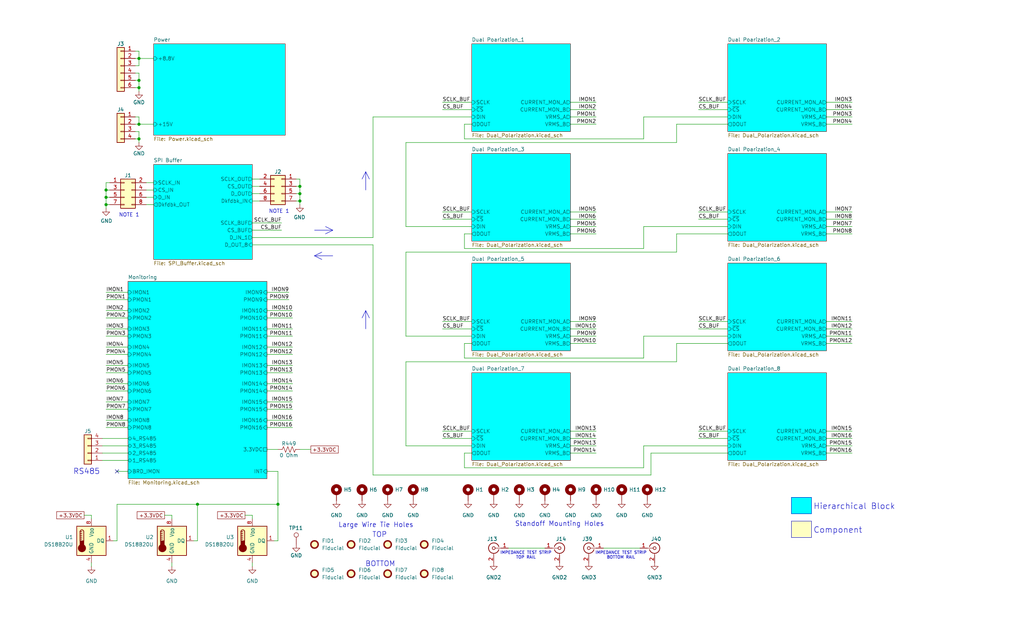
<source format=kicad_sch>
(kicad_sch (version 20231120) (generator "eeschema") (generator_version "8.0")
  (paper "USLegal")
  (title_block (title "LWA ARX  Rev I") (date "2024-11-15") (rev "2.0"))
  (lib_symbols
    (symbol "Connector:Conn_Coaxial" (pin_names (offset 1.016) hide)
      (property "Reference" "J" (at 0.254 3.048 0))
      (property "Value" "Conn_Coaxial" (at 2.921 0 90))
      (symbol "Conn_Coaxial_1_1"
        (pin passive line (at -5.08 0 0) (length 2.54) (name "In") (number "1"))
        (pin passive line (at 0 -5.08 90) (length 2.54) (name "Ext") (number "2"))
      )
    )
    (symbol "Connector:TestPoint" (pin_numbers hide) (pin_names (offset 0.762) hide)
      (property "Reference" "TP" (at 0 6.858 0))
      (property "Value" "TestPoint" (at 0 5.08 0))
      (symbol "TestPoint_1_1"
        (pin passive line (at 0 0 90) (length 2.54) (name "1") (number "1"))
      )
    )
    (symbol "Connector_Generic:Conn_01x04" (pin_names (offset 1.016) hide)
      (property "Reference" "J" (at 0 5.08 0))
      (property "Value" "Conn_01x04" (at 0 -7.62 0))
      (symbol "Conn_01x04_1_1"
        (pin passive line (at -5.08 2.54 0) (length 3.81) (name "Pin_1") (number "1"))
        (pin passive line (at -5.08 0 0) (length 3.81) (name "Pin_2") (number "2"))
        (pin passive line (at -5.08 -2.54 0) (length 3.81) (name "Pin_3") (number "3"))
        (pin passive line (at -5.08 -5.08 0) (length 3.81) (name "Pin_4") (number "4"))
      )
    )
    (symbol "Connector_Generic:Conn_01x06" (pin_names (offset 1.016) hide)
      (property "Reference" "J" (at 0 7.62 0))
      (property "Value" "Conn_01x06" (at 0 -10.16 0))
      (symbol "Conn_01x06_1_1"
        (pin passive line (at -5.08 5.08 0) (length 3.81) (name "Pin_1") (number "1"))
        (pin passive line (at -5.08 2.54 0) (length 3.81) (name "Pin_2") (number "2"))
        (pin passive line (at -5.08 0 0) (length 3.81) (name "Pin_3") (number "3"))
        (pin passive line (at -5.08 -2.54 0) (length 3.81) (name "Pin_4") (number "4"))
        (pin passive line (at -5.08 -5.08 0) (length 3.81) (name "Pin_5") (number "5"))
        (pin passive line (at -5.08 -7.62 0) (length 3.81) (name "Pin_6") (number "6"))
      )
    )
    (symbol "Connector_Generic:Conn_02x04_Odd_Even" (pin_names (offset 1.016) hide)
      (property "Reference" "J" (at 1.27 5.08 0))
      (property "Value" "Conn_02x04_Odd_Even" (at 1.27 -7.62 0))
      (symbol "Conn_02x04_Odd_Even_1_1"
        (pin passive line (at -5.08 2.54 0) (length 3.81) (name "Pin_1") (number "1"))
        (pin passive line (at 7.62 2.54 180) (length 3.81) (name "Pin_2") (number "2"))
        (pin passive line (at -5.08 0 0) (length 3.81) (name "Pin_3") (number "3"))
        (pin passive line (at 7.62 0 180) (length 3.81) (name "Pin_4") (number "4"))
        (pin passive line (at -5.08 -2.54 0) (length 3.81) (name "Pin_5") (number "5"))
        (pin passive line (at 7.62 -2.54 180) (length 3.81) (name "Pin_6") (number "6"))
        (pin passive line (at -5.08 -5.08 0) (length 3.81) (name "Pin_7") (number "7"))
        (pin passive line (at 7.62 -5.08 180) (length 3.81) (name "Pin_8") (number "8"))
      )
    )
    (symbol "Device:R_US" (pin_numbers hide) (pin_names (offset 0))
      (property "Reference" "R" (at 2.54 0 90))
      (property "Value" "R_US" (at -2.54 0 90))
      (symbol "R_US_1_1"
        (pin passive line (at 0 3.81 270) (length 1.27) (name "~") (number "1"))
        (pin passive line (at 0 -3.81 90) (length 1.27) (name "~") (number "2"))
      )
    )
    (symbol "Mechanical:Fiducial" (exclude_from_sim yes) (in_bom no)
      (property "Reference" "FID" (at 0 5.08 0))
      (property "Value" "Fiducial" (at 0 3.175 0))
    )
    (symbol "Mechanical:MountingHole_Pad" (pin_numbers hide) (pin_names (offset 1.016) hide)
      (property "Reference" "H" (at 0 6.35 0))
      (property "Value" "MountingHole_Pad" (at 0 4.445 0))
      (symbol "MountingHole_Pad_1_1"
        (pin input line (at 0 -2.54 90) (length 2.54) (name "1") (number "1"))
      )
    )
    (symbol "Sensor_Temperature:DS18B20U"
      (property "Reference" "U" (at -3.81 6.35 0))
      (property "Value" "DS18B20U" (at 6.35 6.35 0))
      (symbol "DS18B20U_1_1"
        (pin bidirectional line (at 7.62 0 180) (length 2.54) (name "DQ") (number "1"))
        (pin no_connect line (at -5.08 2.54 0) (length 2.54) hide (name "NC") (number "2"))
        (pin no_connect line (at -5.08 0 0) (length 2.54) hide (name "NC") (number "3"))
        (pin power_in line (at 0 -7.62 90) (length 2.54) (name "GND") (number "4"))
        (pin no_connect line (at -5.08 -2.54 0) (length 2.54) hide (name "NC") (number "5"))
        (pin no_connect line (at 5.08 2.54 180) (length 2.54) hide (name "NC") (number "6"))
        (pin no_connect line (at 5.08 -2.54 180) (length 2.54) hide (name "NC") (number "7"))
        (pin power_in line (at 0 7.62 270) (length 2.54) (name "V_{DD}") (number "8"))
      )
    )
    (symbol "power:GND" (power) (pin_names (offset 0))
      (property "Value" "GND" (at 0 -3.81 0))
      (symbol "GND_1_1"
        (pin power_in line (at 0 0 270) (length 0) hide (name "GND") (number "1"))
      )
    )
  )
  (junction (at 36.83 66.04))
  (junction (at 68.58 175.26))
  (junction (at 48.26 48.26))
  (junction (at 104.14 69.85))
  (junction (at 104.14 64.77))
  (junction (at 36.83 68.58))
  (junction (at 48.26 30.48))
  (junction (at 48.26 27.94))
  (junction (at 48.26 20.32))
  (junction (at 36.83 71.12))
  (junction (at 104.14 67.31))
  (junction (at 96.52 175.26))
  (junction (at 48.26 43.18))
  (no_connect (at 40.64 163.83))
  (wire (pts (xy 36.83 68.58) (xy 38.1 68.58)))
  (wire (pts (xy 48.26 17.78) (xy 46.99 17.78)))
  (wire (pts (xy 36.83 107.95) (xy 44.45 107.95)))
  (wire (pts (xy 48.26 20.32) (xy 48.26 17.78)))
  (wire (pts (xy 31.75 179.07) (xy 31.75 180.34)))
  (wire (pts (xy 295.91 111.76) (xy 287.02 111.76)))
  (wire (pts (xy 48.26 40.64) (xy 46.99 40.64)))
  (wire (pts (xy 90.17 67.31) (xy 87.63 67.31)))
  (wire (pts (xy 223.52 40.64) (xy 252.73 40.64)))
  (wire (pts (xy 46.99 43.18) (xy 48.26 43.18)))
  (wire (pts (xy 207.01 111.76) (xy 198.12 111.76)))
  (wire (pts (xy 48.26 25.4) (xy 46.99 25.4)))
  (wire (pts (xy 68.58 175.26) (xy 68.58 187.96)))
  (wire (pts (xy 48.26 27.94) (xy 48.26 30.48)))
  (wire (pts (xy 163.83 76.2) (xy 153.67 76.2)))
  (wire (pts (xy 295.91 81.28) (xy 287.02 81.28)))
  (wire (pts (xy 36.83 135.89) (xy 44.45 135.89)))
  (wire (pts (xy 207.01 119.38) (xy 198.12 119.38)))
  (wire (pts (xy 129.54 40.64) (xy 129.54 82.55)))
  (wire (pts (xy 36.83 139.7) (xy 44.45 139.7)))
  (wire (pts (xy 50.8 71.12) (xy 53.34 71.12)))
  (wire (pts (xy 207.01 78.74) (xy 198.12 78.74)))
  (wire (pts (xy 207.01 81.28) (xy 198.12 81.28)))
  (wire (pts (xy 36.83 63.5) (xy 36.83 66.04)))
  (wire (pts (xy 140.97 49.53) (xy 140.97 78.74)))
  (wire (pts (xy 40.64 175.26) (xy 68.58 175.26)))
  (wire (pts (xy 48.26 43.18) (xy 53.34 43.18)))
  (wire (pts (xy 223.52 162.56) (xy 223.52 154.94)))
  (polyline (pts (xy 128.27 62.23) (xy 127 59.69)))
  (wire (pts (xy 35.56 152.4) (xy 44.45 152.4)))
  (wire (pts (xy 46.99 45.72) (xy 48.26 45.72)))
  (wire (pts (xy 68.58 187.96) (xy 67.31 187.96)))
  (wire (pts (xy 163.83 81.28) (xy 161.29 81.28)))
  (wire (pts (xy 101.6 114.3) (xy 92.71 114.3)))
  (wire (pts (xy 140.97 78.74) (xy 163.83 78.74)))
  (wire (pts (xy 207.01 76.2) (xy 198.12 76.2)))
  (wire (pts (xy 36.83 104.14) (xy 44.45 104.14)))
  (wire (pts (xy 140.97 125.73) (xy 140.97 154.94)))
  (wire (pts (xy 36.83 129.54) (xy 44.45 129.54)))
  (wire (pts (xy 101.6 116.84) (xy 92.71 116.84)))
  (wire (pts (xy 234.95 87.63) (xy 140.97 87.63)))
  (wire (pts (xy 252.73 73.66) (xy 242.57 73.66)))
  (wire (pts (xy 87.63 85.09) (xy 129.54 85.09)))
  (wire (pts (xy 92.71 156.21) (xy 96.52 156.21)))
  (wire (pts (xy 96.52 175.26) (xy 96.52 187.96)))
  (wire (pts (xy 161.29 48.26) (xy 223.52 48.26)))
  (wire (pts (xy 100.33 101.6) (xy 92.71 101.6)))
  (wire (pts (xy 87.63 80.01) (xy 97.79 80.01)))
  (polyline (pts (xy 111.76 87.63) (xy 109.22 88.9)))
  (wire (pts (xy 101.6 146.05) (xy 92.71 146.05)))
  (wire (pts (xy 163.83 149.86) (xy 153.67 149.86)))
  (wire (pts (xy 46.99 20.32) (xy 48.26 20.32)))
  (wire (pts (xy 161.29 81.28) (xy 161.29 86.36)))
  (wire (pts (xy 101.6 142.24) (xy 92.71 142.24)))
  (wire (pts (xy 252.73 157.48) (xy 226.06 157.48)))
  (wire (pts (xy 295.91 114.3) (xy 287.02 114.3)))
  (wire (pts (xy 101.6 135.89) (xy 92.71 135.89)))
  (wire (pts (xy 161.29 157.48) (xy 161.29 162.56)))
  (wire (pts (xy 104.14 64.77) (xy 102.87 64.77)))
  (wire (pts (xy 163.83 114.3) (xy 153.67 114.3)))
  (wire (pts (xy 295.91 116.84) (xy 287.02 116.84)))
  (wire (pts (xy 96.52 163.83) (xy 96.52 175.26)))
  (wire (pts (xy 36.83 116.84) (xy 44.45 116.84)))
  (wire (pts (xy 36.83 71.12) (xy 38.1 71.12)))
  (wire (pts (xy 161.29 43.18) (xy 161.29 48.26)))
  (wire (pts (xy 87.63 179.07) (xy 87.63 180.34)))
  (wire (pts (xy 207.01 149.86) (xy 198.12 149.86)))
  (wire (pts (xy 161.29 162.56) (xy 223.52 162.56)))
  (wire (pts (xy 223.52 124.46) (xy 223.52 116.84)))
  (wire (pts (xy 163.83 73.66) (xy 153.67 73.66)))
  (wire (pts (xy 207.01 40.64) (xy 198.12 40.64)))
  (wire (pts (xy 223.52 78.74) (xy 252.73 78.74)))
  (wire (pts (xy 163.83 157.48) (xy 161.29 157.48)))
  (wire (pts (xy 101.6 129.54) (xy 92.71 129.54)))
  (wire (pts (xy 36.83 71.12) (xy 36.83 72.39)))
  (polyline (pts (xy 113.03 81.28) (xy 115.57 80.01)))
  (wire (pts (xy 50.8 63.5) (xy 53.34 63.5)))
  (wire (pts (xy 207.01 154.94) (xy 198.12 154.94)))
  (wire (pts (xy 101.6 148.59) (xy 92.71 148.59)))
  (wire (pts (xy 295.91 38.1) (xy 287.02 38.1)))
  (wire (pts (xy 207.01 116.84) (xy 198.12 116.84)))
  (wire (pts (xy 36.83 142.24) (xy 44.45 142.24)))
  (wire (pts (xy 295.91 43.18) (xy 287.02 43.18)))
  (wire (pts (xy 31.75 195.58) (xy 31.75 196.85)))
  (wire (pts (xy 85.09 179.07) (xy 87.63 179.07)))
  (wire (pts (xy 226.06 165.1) (xy 129.54 165.1)))
  (wire (pts (xy 104.14 62.23) (xy 104.14 64.77)))
  (wire (pts (xy 104.14 69.85) (xy 104.14 71.12)))
  (wire (pts (xy 252.73 38.1) (xy 242.57 38.1)))
  (wire (pts (xy 48.26 20.32) (xy 53.34 20.32)))
  (polyline (pts (xy 127 114.3) (xy 127 107.95)))
  (wire (pts (xy 48.26 30.48) (xy 48.26 31.75)))
  (wire (pts (xy 161.29 124.46) (xy 223.52 124.46)))
  (wire (pts (xy 48.26 48.26) (xy 48.26 49.53)))
  (wire (pts (xy 96.52 187.96) (xy 95.25 187.96)))
  (wire (pts (xy 59.69 195.58) (xy 59.69 196.85)))
  (wire (pts (xy 101.6 139.7) (xy 92.71 139.7)))
  (polyline (pts (xy 128.27 110.49) (xy 127 107.95)))
  (wire (pts (xy 295.91 35.56) (xy 287.02 35.56)))
  (polyline (pts (xy 125.73 110.49) (xy 127 107.95)))
  (wire (pts (xy 38.1 63.5) (xy 36.83 63.5)))
  (wire (pts (xy 295.91 119.38) (xy 287.02 119.38)))
  (wire (pts (xy 234.95 81.28) (xy 234.95 87.63)))
  (wire (pts (xy 35.56 160.02) (xy 44.45 160.02)))
  (wire (pts (xy 48.26 22.86) (xy 46.99 22.86)))
  (wire (pts (xy 209.55 190.5) (xy 222.25 190.5)))
  (wire (pts (xy 161.29 119.38) (xy 161.29 124.46)))
  (wire (pts (xy 234.95 119.38) (xy 234.95 125.73)))
  (wire (pts (xy 223.52 154.94) (xy 252.73 154.94)))
  (wire (pts (xy 101.6 127) (xy 92.71 127)))
  (wire (pts (xy 252.73 35.56) (xy 242.57 35.56)))
  (wire (pts (xy 223.52 86.36) (xy 223.52 78.74)))
  (wire (pts (xy 234.95 49.53) (xy 140.97 49.53)))
  (wire (pts (xy 40.64 187.96) (xy 39.37 187.96)))
  (wire (pts (xy 163.83 119.38) (xy 161.29 119.38)))
  (polyline (pts (xy 127 66.04) (xy 127 59.69)))
  (wire (pts (xy 36.83 101.6) (xy 44.45 101.6)))
  (wire (pts (xy 104.14 67.31) (xy 102.87 67.31)))
  (wire (pts (xy 36.83 66.04) (xy 38.1 66.04)))
  (wire (pts (xy 92.71 107.95) (xy 101.6 107.95)))
  (wire (pts (xy 207.01 43.18) (xy 198.12 43.18)))
  (wire (pts (xy 101.6 123.19) (xy 92.71 123.19)))
  (wire (pts (xy 35.56 157.48) (xy 44.45 157.48)))
  (wire (pts (xy 295.91 152.4) (xy 287.02 152.4)))
  (wire (pts (xy 223.52 116.84) (xy 252.73 116.84)))
  (wire (pts (xy 163.83 111.76) (xy 153.67 111.76)))
  (wire (pts (xy 57.15 179.07) (xy 59.69 179.07)))
  (wire (pts (xy 36.83 148.59) (xy 44.45 148.59)))
  (wire (pts (xy 46.99 30.48) (xy 48.26 30.48)))
  (wire (pts (xy 207.01 157.48) (xy 198.12 157.48)))
  (wire (pts (xy 87.63 82.55) (xy 129.54 82.55)))
  (wire (pts (xy 90.17 64.77) (xy 87.63 64.77)))
  (wire (pts (xy 50.8 68.58) (xy 53.34 68.58)))
  (wire (pts (xy 252.73 114.3) (xy 242.57 114.3)))
  (wire (pts (xy 161.29 86.36) (xy 223.52 86.36)))
  (wire (pts (xy 252.73 111.76) (xy 242.57 111.76)))
  (wire (pts (xy 252.73 119.38) (xy 234.95 119.38)))
  (wire (pts (xy 163.83 38.1) (xy 153.67 38.1)))
  (wire (pts (xy 59.69 179.07) (xy 59.69 180.34)))
  (wire (pts (xy 295.91 73.66) (xy 287.02 73.66)))
  (wire (pts (xy 176.53 190.5) (xy 189.23 190.5)))
  (wire (pts (xy 207.01 35.56) (xy 198.12 35.56)))
  (wire (pts (xy 48.26 45.72) (xy 48.26 48.26)))
  (wire (pts (xy 104.14 67.31) (xy 104.14 69.85)))
  (wire (pts (xy 36.83 146.05) (xy 44.45 146.05)))
  (wire (pts (xy 234.95 125.73) (xy 140.97 125.73)))
  (wire (pts (xy 87.63 195.58) (xy 87.63 196.85)))
  (wire (pts (xy 140.97 87.63) (xy 140.97 116.84)))
  (wire (pts (xy 163.83 152.4) (xy 153.67 152.4)))
  (wire (pts (xy 102.87 62.23) (xy 104.14 62.23)))
  (wire (pts (xy 223.52 48.26) (xy 223.52 40.64)))
  (wire (pts (xy 295.91 40.64) (xy 287.02 40.64)))
  (wire (pts (xy 207.01 38.1) (xy 198.12 38.1)))
  (wire (pts (xy 36.83 123.19) (xy 44.45 123.19)))
  (polyline (pts (xy 113.03 78.74) (xy 115.57 80.01)))
  (wire (pts (xy 35.56 154.94) (xy 44.45 154.94)))
  (wire (pts (xy 163.83 35.56) (xy 153.67 35.56)))
  (wire (pts (xy 36.83 66.04) (xy 36.83 68.58)))
  (wire (pts (xy 140.97 116.84) (xy 163.83 116.84)))
  (wire (pts (xy 129.54 165.1) (xy 129.54 85.09)))
  (wire (pts (xy 295.91 149.86) (xy 287.02 149.86)))
  (wire (pts (xy 252.73 76.2) (xy 242.57 76.2)))
  (wire (pts (xy 252.73 152.4) (xy 242.57 152.4)))
  (wire (pts (xy 36.83 110.49) (xy 44.45 110.49)))
  (wire (pts (xy 29.21 179.07) (xy 31.75 179.07)))
  (wire (pts (xy 40.64 163.83) (xy 44.45 163.83)))
  (wire (pts (xy 104.14 156.21) (xy 107.95 156.21)))
  (polyline (pts (xy 115.57 88.9) (xy 109.22 88.9)))
  (wire (pts (xy 252.73 81.28) (xy 234.95 81.28)))
  (wire (pts (xy 101.6 133.35) (xy 92.71 133.35)))
  (polyline (pts (xy 125.73 62.23) (xy 127 59.69)))
  (wire (pts (xy 234.95 43.18) (xy 234.95 49.53)))
  (wire (pts (xy 295.91 157.48) (xy 287.02 157.48)))
  (wire (pts (xy 295.91 78.74) (xy 287.02 78.74)))
  (wire (pts (xy 46.99 48.26) (xy 48.26 48.26)))
  (wire (pts (xy 48.26 20.32) (xy 48.26 22.86)))
  (wire (pts (xy 104.14 69.85) (xy 102.87 69.85)))
  (polyline (pts (xy 109.22 80.01) (xy 115.57 80.01)))
  (wire (pts (xy 207.01 73.66) (xy 198.12 73.66)))
  (wire (pts (xy 295.91 154.94) (xy 287.02 154.94)))
  (wire (pts (xy 252.73 43.18) (xy 234.95 43.18)))
  (wire (pts (xy 46.99 27.94) (xy 48.26 27.94)))
  (wire (pts (xy 163.83 40.64) (xy 129.54 40.64)))
  (wire (pts (xy 252.73 149.86) (xy 242.57 149.86)))
  (wire (pts (xy 36.83 120.65) (xy 44.45 120.65)))
  (wire (pts (xy 226.06 157.48) (xy 226.06 165.1)))
  (wire (pts (xy 36.83 114.3) (xy 44.45 114.3)))
  (wire (pts (xy 90.17 69.85) (xy 87.63 69.85)))
  (wire (pts (xy 140.97 154.94) (xy 163.83 154.94)))
  (wire (pts (xy 104.14 64.77) (xy 104.14 67.31)))
  (wire (pts (xy 68.58 175.26) (xy 96.52 175.26)))
  (wire (pts (xy 87.63 77.47) (xy 97.79 77.47)))
  (wire (pts (xy 100.33 104.14) (xy 92.71 104.14)))
  (wire (pts (xy 163.83 43.18) (xy 161.29 43.18)))
  (wire (pts (xy 36.83 68.58) (xy 36.83 71.12)))
  (wire (pts (xy 101.6 110.49) (xy 92.71 110.49)))
  (polyline (pts (xy 111.76 90.17) (xy 109.22 88.9)))
  (wire (pts (xy 101.6 120.65) (xy 92.71 120.65)))
  (wire (pts (xy 50.8 66.04) (xy 53.34 66.04)))
  (wire (pts (xy 36.83 127) (xy 44.45 127)))
  (wire (pts (xy 92.71 163.83) (xy 96.52 163.83)))
  (wire (pts (xy 207.01 114.3) (xy 198.12 114.3)))
  (wire (pts (xy 48.26 43.18) (xy 48.26 40.64)))
  (wire (pts (xy 207.01 152.4) (xy 198.12 152.4)))
  (wire (pts (xy 36.83 133.35) (xy 44.45 133.35)))
  (wire (pts (xy 90.17 62.23) (xy 87.63 62.23)))
  (wire (pts (xy 295.91 76.2) (xy 287.02 76.2)))
  (wire (pts (xy 40.64 175.26) (xy 40.64 187.96)))
  (wire (pts (xy 48.26 27.94) (xy 48.26 25.4)))
  (rectangle (start 274.828 172.847) (end 281.813 178.562) (fill (type color) (color 0 255 255 1)))
  (rectangle (start 274.828 181.102) (end 281.813 186.817) (fill (type color) (color 255 255 194 1)))
  (text_box "NOTE 1:\nMating Connector for J1 and J2 (SPI): TE Part # 926476-4\n\n" (at 17.78 224.79 0) (size 62.865 7.62) (effects (font (size 1.27 1.27)) (justify left top)))
  (text "BOTTOM" (at 132.08 196.088 0) (effects (font (size 1.778 1.778))))
  (text "NOTE 1" (at 93.345 74.295 0) (effects (font (size 1.27 1.27)) (justify left bottom)))
  (text "IMPEDANCE TEST STRIP\nTOP RAIL" (at 182.626 193.04 0) (effects (font (size 1.016 1.016))))
  (text "RS485" (at 25.4 165.1 0) (effects (font (size 1.905 1.905)) (justify left bottom)))
  (text "NOTE 1" (at 41.275 75.565 0) (effects (font (size 1.27 1.27)) (justify left bottom)))
  (text "Standoff Mounting Holes" (at 178.816 183.134 0) (effects (font (size 1.651 1.651)) (justify left bottom)))
  (text "IMPEDANCE TEST STRIP\nBOTTOM RAIL" (at 215.646 193.04 0) (effects (font (size 1.016 1.016))))
  (text "Component" (at 282.448 185.547 0) (effects (font (size 2.032 2.032)) (justify left bottom)))
  (text "TOP" (at 131.826 185.928 0) (effects (font (size 1.778 1.778))))
  (text "Large Wire Tie Holes" (at 117.475 183.515 0) (effects (font (size 1.651 1.651)) (justify left bottom)))
  (text "Hierarchical Block" (at 282.448 177.292 0) (effects (font (size 2.032 2.032)) (justify left bottom)))
  (label "CS_BUF" (at 242.57 114.3 0))
  (label "IMON3" (at 295.91 35.56 180))
  (label "PMON8" (at 36.83 148.59 0))
  (label "PMON11" (at 101.6 116.84 180))
  (label "CS_BUF" (at 242.57 38.1 0))
  (label "PMON5" (at 207.01 78.74 180))
  (label "PMON14" (at 101.6 135.89 180))
  (label "IMON15" (at 101.6 139.7 180))
  (label "IMON2" (at 36.83 107.95 0))
  (label "PMON5" (at 36.83 129.54 0))
  (label "IMON10" (at 101.6 107.95 180))
  (label "PMON7" (at 36.83 142.24 0))
  (label "IMON16" (at 295.91 152.4 180))
  (label "IMON6" (at 207.01 76.2 180))
  (label "PMON10" (at 101.6 110.49 180))
  (label "CS_BUF" (at 153.67 76.2 0))
  (label "IMON12" (at 295.91 114.3 180))
  (label "PMON4" (at 295.91 43.18 180))
  (label "PMON3" (at 295.91 40.64 180))
  (label "PMON1" (at 207.01 40.64 180))
  (label "IMON14" (at 207.01 152.4 180))
  (label "IMON9" (at 100.33 101.6 180))
  (label "CS_BUF" (at 153.67 114.3 0))
  (label "PMON2" (at 36.83 110.49 0))
  (label "IMON13" (at 207.01 149.86 180))
  (label "IMON14" (at 101.6 133.35 180))
  (label "PMON7" (at 295.91 78.74 180))
  (label "PMON11" (at 295.91 116.84 180))
  (label "SCLK_BUF" (at 242.57 73.66 0))
  (label "PMON1" (at 36.83 104.14 0))
  (label "PMON10" (at 207.01 119.38 180))
  (label "PMON15" (at 295.91 154.94 180))
  (label "CS_BUF" (at 97.79 80.01 180))
  (label "IMON4" (at 36.83 120.65 0))
  (label "IMON13" (at 101.6 127 180))
  (label "PMON14" (at 207.01 157.48 180))
  (label "IMON4" (at 295.91 38.1 180))
  (label "PMON16" (at 101.6 148.59 180))
  (label "IMON5" (at 207.01 73.66 180))
  (label "PMON4" (at 36.83 123.19 0))
  (label "SCLK_BUF" (at 97.79 77.47 180))
  (label "PMON2" (at 207.01 43.18 180))
  (label "CS_BUF" (at 153.67 152.4 0))
  (label "SCLK_BUF" (at 153.67 35.56 0))
  (label "IMON7" (at 295.91 73.66 180))
  (label "IMON2" (at 207.01 38.1 180))
  (label "PMON15" (at 101.6 142.24 180))
  (label "PMON9" (at 100.33 104.14 180))
  (label "PMON9" (at 207.01 116.84 180))
  (label "IMON1" (at 207.01 35.56 180))
  (label "PMON13" (at 101.6 129.54 180))
  (label "SCLK_BUF" (at 242.57 149.86 0))
  (label "CS_BUF" (at 153.67 38.1 0))
  (label "IMON15" (at 295.91 149.86 180))
  (label "PMON6" (at 36.83 135.89 0))
  (label "IMON6" (at 36.83 133.35 0))
  (label "PMON16" (at 295.91 157.48 180))
  (label "IMON3" (at 36.83 114.3 0))
  (label "PMON12" (at 101.6 123.19 180))
  (label "IMON1" (at 36.83 101.6 0))
  (label "IMON9" (at 207.01 111.76 180))
  (label "SCLK_BUF" (at 153.67 111.76 0))
  (label "IMON8" (at 295.91 76.2 180))
  (label "IMON11" (at 295.91 111.76 180))
  (label "IMON12" (at 101.6 120.65 180))
  (label "SCLK_BUF" (at 153.67 73.66 0))
  (label "IMON16" (at 101.6 146.05 180))
  (label "SCLK_BUF" (at 153.67 149.86 0))
  (label "PMON12" (at 295.91 119.38 180))
  (label "PMON3" (at 36.83 116.84 0))
  (label "PMON8" (at 295.91 81.28 180))
  (label "IMON8" (at 36.83 146.05 0))
  (label "IMON5" (at 36.83 127 0))
  (label "CS_BUF" (at 242.57 152.4 0))
  (label "IMON7" (at 36.83 139.7 0))
  (label "SCLK_BUF" (at 242.57 111.76 0))
  (label "CS_BUF" (at 242.57 76.2 0))
  (label "PMON13" (at 207.01 154.94 180))
  (label "IMON11" (at 101.6 114.3 180))
  (label "SCLK_BUF" (at 242.57 35.56 0))
  (label "PMON6" (at 207.01 81.28 180))
  (label "IMON10" (at 207.01 114.3 180))
  (global_label "+3.3VDC" (shape passive) (at 85.09 179.07 180) (property "Intersheetrefs" "${INTERSHEET_REFS}" (effects (hide yes))))
  (global_label "+3.3VDC" (shape passive) (at 29.21 179.07 180) (property "Intersheetrefs" "${INTERSHEET_REFS}" (effects (hide yes))))
  (global_label "+3.3VDC" (shape passive) (at 57.15 179.07 180) (property "Intersheetrefs" "${INTERSHEET_REFS}" (effects (hide yes))))
  (global_label "+3.3VDC" (shape passive) (at 107.95 156.21 0) (property "Intersheetrefs" "${INTERSHEET_REFS}" (effects (hide yes))))
  (symbol (lib_id "power:GND") (at 207.01 173.99 0) (unit 1)
    (property "Reference" "#PWR01392" (effects (hide yes)))
    (property "Value" "GND" (at 207.01 179.07 0))
  )
  (symbol (lib_id "Sensor_Temperature:DS18B20U") (at 87.63 187.96 0) (unit 1)
    (property "Reference" "U3" (at 81.28 186.69 0) (effects (justify right)))
    (property "Value" "DS18B20U" (at 81.28 189.23 0) (effects (justify right)))
    (property "Footprint" "Package_SO:MSOP-8_3x3mm_P0.65mm" (effects (hide yes)))
    (property "Datasheet" "http://datasheets.maximintegrated.com/en/ds/DS18B20.pdf" (effects (hide yes)))
    (property "MFGR" "Analog Devices" (effects (hide yes)))
    (property "MPN" "DS18B20U+" (effects (hide yes)))
    (property "Unit Cost" "4.89" (effects (hide yes)))
    (property "Stock" "3721" (effects (hide yes)))
    (property "Stock Date" "11/22/2023" (effects (hide yes)))
    (property "Desc" "TEMP SENSOR, 55 ~ 125C, 1-WIRE DIGITAL" (effects (hide yes)))
  )
  (symbol (lib_id "power:GND") (at 162.56 173.99 0) (unit 1)
    (property "Reference" "#PWR012" (effects (hide yes)))
    (property "Value" "GND" (at 162.56 179.07 0))
  )
  (symbol (lib_id "Mechanical:Fiducial") (at 121.92 199.39 0) (unit 1) (exclude_from_sim yes) (in_bom no)
    (property "Reference" "FID6" (at 124.46 198.1199 0) (effects (justify left)))
    (property "Value" "Fiducial" (at 124.46 200.6599 0) (effects (justify left)))
    (property "Footprint" "Fiducial:Fiducial_1mm_Mask3mm" (effects (hide yes)))
    (property "Description" "Fiducial Marker" (effects (hide yes)))
    (property "MFGR" "DNI" (effects (hide yes)))
    (property "MPN" "DNI" (effects (hide yes)))
    (property "Unit Cost" "0.00" (effects (hide yes)))
  )
  (symbol (lib_id "Sensor_Temperature:DS18B20U") (at 59.69 187.96 0) (unit 1)
    (property "Reference" "U2" (at 53.34 186.69 0) (effects (justify right)))
    (property "Value" "DS18B20U" (at 53.34 189.23 0) (effects (justify right)))
    (property "Footprint" "Package_SO:MSOP-8_3x3mm_P0.65mm" (effects (hide yes)))
    (property "Datasheet" "http://datasheets.maximintegrated.com/en/ds/DS18B20.pdf" (effects (hide yes)))
    (property "MFGR" "Analog Devices" (effects (hide yes)))
    (property "MPN" "DS18B20U+" (effects (hide yes)))
    (property "Unit Cost" "4.89" (effects (hide yes)))
    (property "Stock" "3721" (effects (hide yes)))
    (property "Stock Date" "11/22/2023" (effects (hide yes)))
    (property "Desc" "TEMP SENSOR, 55 ~ 125C, 1-WIRE DIGITAL" (effects (hide yes)))
  )
  (symbol (lib_id "power:GND") (at 48.26 49.53 0) (unit 1)
    (property "Reference" "#PWR03" (effects (hide yes)))
    (property "Value" "GND" (at 48.26 53.34 0))
  )
  (symbol (lib_id "Connector:Conn_Coaxial") (at 204.47 190.5 0) (mirror y) (unit 1)
    (property "Reference" "J39" (at 205.74 187.325 0) (effects (justify left)))
    (property "Value" "Conn_Coaxial_Wiretie" (effects (hide yes)))
    (property "Footprint" "Connector_Coaxial:MMCX_Molex_73415-1471_Vertical" (effects (hide yes)))
    (property "Description" "coaxial connector (BNC, SMA, SMB, SMC, Cinch/RCA, LEMO, ...)" (effects (hide yes)))
    (property "MFGR" "DNI" (effects (hide yes)))
    (property "MPN" "DNI" (effects (hide yes)))
    (property "Unit Cost" "0.00" (effects (hide yes)))
    (property "Stock" "15028" (effects (hide yes)))
    (property "Stock Date" "11/28/2023" (effects (hide yes)))
    (property "Desc" "CONN MMCX JACK STR 50 OHM PCB" (effects (hide yes)))
    (property "MPN2" "Molex /  0734151471" (effects (hide yes)))
  )
  (symbol (lib_id "Mechanical:MountingHole_Pad") (at 116.84 171.45 0) (unit 1) (in_bom no)
    (property "Reference" "H5" (at 119.38 170.18 0) (effects (justify left)))
    (property "Value" "MountingHole_Pad" (effects (hide yes)))
    (property "Footprint" "LWA RF:Large_Wiretie_Hole" (effects (hide yes)))
  )
  (symbol (lib_id "power:GND") (at 116.84 173.99 0) (unit 1)
    (property "Reference" "#PWR033" (effects (hide yes)))
    (property "Value" "GND" (at 116.84 179.07 0))
  )
  (symbol (lib_id "power:GND") (at 215.9 173.99 0) (unit 1)
    (property "Reference" "#PWR01395" (effects (hide yes)))
    (property "Value" "GND" (at 215.9 179.07 0))
  )
  (symbol (lib_id "Mechanical:Fiducial") (at 121.92 189.23 0) (unit 1) (exclude_from_sim yes) (in_bom no)
    (property "Reference" "FID2" (at 124.46 187.9599 0) (effects (justify left)))
    (property "Value" "Fiducial" (at 124.46 190.4999 0) (effects (justify left)))
    (property "Footprint" "Fiducial:Fiducial_1mm_Mask3mm" (effects (hide yes)))
    (property "Description" "Fiducial Marker" (effects (hide yes)))
    (property "MFGR" "DNI" (effects (hide yes)))
    (property "MPN" "DNI" (effects (hide yes)))
    (property "Unit Cost" "0.00" (effects (hide yes)))
  )
  (symbol (lib_id "power:GND") (at 189.23 173.99 0) (unit 1)
    (property "Reference" "#PWR015" (effects (hide yes)))
    (property "Value" "GND" (at 189.23 179.07 0))
  )
  (symbol (lib_id "Connector_Generic:Conn_02x04_Odd_Even") (at 97.79 64.77 0) (mirror y) (unit 1)
    (property "Reference" "J2" (at 96.52 59.69 0))
    (property "Value" "826470-4" (effects (hide yes)))
    (property "Footprint" "LWA RF:AMPMODU_Mod II_826470-4_2x04_P2.54mm_Horizontal_Edge" (effects (hide yes)))
    (property "Datasheet" "https://suddendocs.samtec.com/catalog_english/tsw_th.pdf" (effects (hide yes)))
    (property "MFGR" "TE Connectivity AMP Connectors" (effects (hide yes)))
    (property "MPN" "826470-4" (effects (hide yes)))
    (property "Unit Cost" "2.35" (effects (hide yes)))
    (property "Stock" "1608" (effects (hide yes)))
    (property "Stock Date" "01/17/2024" (effects (hide yes)))
    (property "Desc" "CONN HEADER SHROUDED R/A 8POS 2.54MM" (effects (hide yes)))
  )
  (symbol (lib_id "Connector_Generic:Conn_01x04") (at 41.91 43.18 0) (mirror y) (unit 1)
    (property "Reference" "J4" (at 41.91 38.1 0))
    (property "Value" "Conn_01x04" (effects (hide yes)))
    (property "Footprint" "LWA RF:Molex_Sabre_43160-3104_3D_ThermalVias" (effects (hide yes)))
    (property "Datasheet" "https://tools.molex.com/pdm_docs/sd/431603104_sd.pdf" (effects (hide yes)))
    (property "MFGR" "Molex" (effects (hide yes)))
    (property "MPN" "0431603104" (effects (hide yes)))
    (property "Unit Cost" "2.32" (effects (hide yes)))
    (property "Stock" "12144" (effects (hide yes)))
    (property "Stock Date" "11/23/2023" (effects (hide yes)))
    (property "Desc" "CONN HDR 4POS 7.50MM R/A SLDR" (effects (hide yes)))
    (property "Voltage Rating" "600V" (effects (hide yes)))
  )
  (symbol (lib_id "power:GND") (at 171.45 195.58 0) (unit 1)
    (property "Reference" "#PWR0184" (effects (hide yes)))
    (property "Value" "GND2" (at 171.45 200.66 0))
  )
  (symbol (lib_id "Connector:Conn_Coaxial") (at 194.31 190.5 0) (unit 1)
    (property "Reference" "J14" (at 193.04 187.325 0) (effects (justify left)))
    (property "Value" "Conn_Coaxial_Wiretie" (effects (hide yes)))
    (property "Footprint" "Connector_Coaxial:MMCX_Molex_73415-1471_Vertical" (effects (hide yes)))
    (property "Description" "coaxial connector (BNC, SMA, SMB, SMC, Cinch/RCA, LEMO, ...)" (effects (hide yes)))
    (property "MFGR" "DNI" (effects (hide yes)))
    (property "MPN" "DNI" (effects (hide yes)))
    (property "Unit Cost" "0.00" (effects (hide yes)))
    (property "Stock" "15028" (effects (hide yes)))
    (property "Stock Date" "11/28/2023" (effects (hide yes)))
    (property "Desc" "CONN MMCX JACK STR 50 OHM PCB" (effects (hide yes)))
    (property "MPN2" "Molex /  0734151471" (effects (hide yes)))
  )
  (symbol (lib_id "Mechanical:MountingHole_Pad") (at 198.12 171.45 0) (unit 1) (in_bom no)
    (property "Reference" "H9" (at 200.66 170.18 0) (effects (justify left)))
    (property "Value" "MountingHole_Pad" (effects (hide yes)))
    (property "Footprint" "MountingHole:MountingHole_3.5mm_Pad" (effects (hide yes)))
  )
  (symbol (lib_id "power:GND") (at 59.69 196.85 0) (unit 1)
    (property "Reference" "#PWR05" (effects (hide yes)))
    (property "Value" "GND" (at 59.69 201.93 0))
  )
  (symbol (lib_id "Connector_Generic:Conn_02x04_Odd_Even") (at 43.18 66.04 0) (unit 1)
    (property "Reference" "J1" (at 44.45 60.96 0))
    (property "Value" "826470-4" (effects (hide yes)))
    (property "Footprint" "LWA RF:AMPMODU_Mod II_826470-4_2x04_P2.54mm_Horizontal_Edge" (effects (hide yes)))
    (property "Datasheet" "https://suddendocs.samtec.com/catalog_english/tsw_th.pdf" (effects (hide yes)))
    (property "MFGR" "TE Connectivity AMP Connectors" (effects (hide yes)))
    (property "MPN" "826470-4" (effects (hide yes)))
    (property "Unit Cost" "2.35" (effects (hide yes)))
    (property "Stock" "1608" (effects (hide yes)))
    (property "Stock Date" "01/17/2024" (effects (hide yes)))
    (property "Desc" "CONN HEADER SHROUDED R/A 8POS 2.54MM" (effects (hide yes)))
  )
  (symbol (lib_id "Sensor_Temperature:DS18B20U") (at 31.75 187.96 0) (unit 1)
    (property "Reference" "U1" (at 25.4 186.69 0) (effects (justify right)))
    (property "Value" "DS18B20U" (at 25.4 189.23 0) (effects (justify right)))
    (property "Footprint" "Package_SO:MSOP-8_3x3mm_P0.65mm" (effects (hide yes)))
    (property "Datasheet" "http://datasheets.maximintegrated.com/en/ds/DS18B20.pdf" (effects (hide yes)))
    (property "MFGR" "Analog Devices" (effects (hide yes)))
    (property "MPN" "DS18B20U+" (effects (hide yes)))
    (property "Unit Cost" "4.89" (effects (hide yes)))
    (property "Stock" "3721" (effects (hide yes)))
    (property "Stock Date" "11/22/2023" (effects (hide yes)))
    (property "Desc" "TEMP SENSOR, 55 ~ 125C, 1-WIRE DIGITAL" (effects (hide yes)))
  )
  (symbol (lib_id "Mechanical:MountingHole_Pad") (at 207.01 171.45 0) (unit 1) (in_bom no)
    (property "Reference" "H10" (at 209.55 170.18 0) (effects (justify left)))
    (property "Value" "MountingHole_Pad" (effects (hide yes)))
    (property "Footprint" "MountingHole:MountingHole_3.5mm_Pad" (effects (hide yes)))
  )
  (symbol (lib_id "power:GND") (at 134.62 173.99 0) (unit 1)
    (property "Reference" "#PWR0175" (effects (hide yes)))
    (property "Value" "GND" (at 134.62 179.07 0))
  )
  (symbol (lib_id "Mechanical:MountingHole_Pad") (at 215.9 171.45 0) (unit 1) (in_bom no)
    (property "Reference" "H11" (at 218.44 170.18 0) (effects (justify left)))
    (property "Value" "MountingHole_Pad" (effects (hide yes)))
    (property "Footprint" "MountingHole:MountingHole_3.5mm_Pad" (effects (hide yes)))
  )
  (symbol (lib_id "Mechanical:Fiducial") (at 109.22 189.23 0) (unit 1) (exclude_from_sim yes) (in_bom no)
    (property "Reference" "FID1" (at 111.76 187.9599 0) (effects (justify left)))
    (property "Value" "Fiducial" (at 111.76 190.4999 0) (effects (justify left)))
    (property "Footprint" "Fiducial:Fiducial_1mm_Mask3mm" (effects (hide yes)))
    (property "Description" "Fiducial Marker" (effects (hide yes)))
    (property "MFGR" "DNI" (effects (hide yes)))
    (property "MPN" "DNI" (effects (hide yes)))
    (property "Unit Cost" "0.00" (effects (hide yes)))
  )
  (symbol (lib_id "power:GND") (at 171.45 173.99 0) (unit 1)
    (property "Reference" "#PWR013" (effects (hide yes)))
    (property "Value" "GND" (at 171.45 179.07 0))
  )
  (symbol (lib_id "Connector:TestPoint") (at 102.87 189.23 0) (unit 1)
    (property "Reference" "TP11" (at 100.33 183.515 0) (effects (justify left)))
    (property "Value" "GND" (effects (hide yes)))
    (property "Footprint" "LWA RF:Harwin_TP_S1751-46R" (effects (hide yes)))
    (property "Datasheet" "https://cdn.harwin.com/pdfs/S1751R.pdf" (effects (hide yes)))
    (property "MFGR" "Harwin Inc." (effects (hide yes)))
    (property "MPN" "S1751-46R" (effects (hide yes)))
    (property "Unit Cost" "0.26" (effects (hide yes)))
    (property "Stock" "137718" (effects (hide yes)))
    (property "Stock Date" "11/23/2023" (effects (hide yes)))
    (property "Desc" "PC TEST POINT NATURAL" (effects (hide yes)))
  )
  (symbol (lib_id "power:GND") (at 102.87 189.23 0) (unit 1)
    (property "Reference" "#PWR0187" (effects (hide yes)))
    (property "Value" "GND" (at 102.87 193.04 0))
  )
  (symbol (lib_id "power:GND") (at 198.12 173.99 0) (unit 1)
    (property "Reference" "#PWR01391" (effects (hide yes)))
    (property "Value" "GND" (at 198.12 179.07 0))
  )
  (symbol (lib_id "power:GND") (at 204.47 195.58 0) (unit 1)
    (property "Reference" "#PWR01389" (effects (hide yes)))
    (property "Value" "GND3" (at 204.47 200.66 0))
  )
  (symbol (lib_id "power:GND") (at 87.63 196.85 0) (unit 1)
    (property "Reference" "#PWR07" (effects (hide yes)))
    (property "Value" "GND" (at 87.63 201.93 0))
  )
  (symbol (lib_id "Mechanical:MountingHole_Pad") (at 224.79 171.45 0) (unit 1) (in_bom no)
    (property "Reference" "H12" (at 227.33 170.18 0) (effects (justify left)))
    (property "Value" "MountingHole_Pad" (effects (hide yes)))
    (property "Footprint" "MountingHole:MountingHole_3.5mm_Pad" (effects (hide yes)))
  )
  (symbol (lib_id "Mechanical:Fiducial") (at 134.62 199.39 0) (unit 1) (exclude_from_sim yes) (in_bom no)
    (property "Reference" "FID7" (at 137.16 198.1199 0) (effects (justify left)))
    (property "Value" "Fiducial" (at 137.16 200.6599 0) (effects (justify left)))
    (property "Footprint" "Fiducial:Fiducial_1mm_Mask3mm" (effects (hide yes)))
    (property "Description" "Fiducial Marker" (effects (hide yes)))
    (property "MFGR" "DNI" (effects (hide yes)))
    (property "MPN" "DNI" (effects (hide yes)))
    (property "Unit Cost" "0.00" (effects (hide yes)))
  )
  (symbol (lib_id "Mechanical:MountingHole_Pad") (at 143.51 171.45 0) (unit 1) (in_bom no)
    (property "Reference" "H8" (at 146.05 170.18 0) (effects (justify left)))
    (property "Value" "MountingHole_Pad" (effects (hide yes)))
    (property "Footprint" "LWA RF:Large_Wiretie_Hole" (effects (hide yes)))
  )
  (symbol (lib_id "power:GND") (at 31.75 196.85 0) (unit 1)
    (property "Reference" "#PWR04" (effects (hide yes)))
    (property "Value" "GND" (at 31.75 201.93 0))
  )
  (symbol (lib_id "Mechanical:Fiducial") (at 147.32 199.39 0) (unit 1) (exclude_from_sim yes) (in_bom no)
    (property "Reference" "FID8" (at 149.86 198.1199 0) (effects (justify left)))
    (property "Value" "Fiducial" (at 149.86 200.6599 0) (effects (justify left)))
    (property "Footprint" "Fiducial:Fiducial_1mm_Mask3mm" (effects (hide yes)))
    (property "Description" "Fiducial Marker" (effects (hide yes)))
    (property "MFGR" "DNI" (effects (hide yes)))
    (property "MPN" "DNI" (effects (hide yes)))
    (property "Unit Cost" "0.00" (effects (hide yes)))
  )
  (symbol (lib_id "power:GND") (at 125.73 173.99 0) (unit 1)
    (property "Reference" "#PWR036" (effects (hide yes)))
    (property "Value" "GND" (at 125.73 179.07 0))
  )
  (symbol (lib_id "Mechanical:MountingHole_Pad") (at 125.73 171.45 0) (unit 1) (in_bom no)
    (property "Reference" "H6" (at 128.27 170.18 0) (effects (justify left)))
    (property "Value" "MountingHole_Pad" (effects (hide yes)))
    (property "Footprint" "LWA RF:Large_Wiretie_Hole" (effects (hide yes)))
  )
  (symbol (lib_id "power:GND") (at 143.51 173.99 0) (unit 1)
    (property "Reference" "#PWR0176" (effects (hide yes)))
    (property "Value" "GND" (at 143.51 179.07 0))
  )
  (symbol (lib_id "power:GND") (at 194.31 195.58 0) (unit 1)
    (property "Reference" "#PWR0185" (effects (hide yes)))
    (property "Value" "GND2" (at 194.31 200.66 0))
  )
  (symbol (lib_id "power:GND") (at 104.14 71.12 0) (mirror y) (unit 1)
    (property "Reference" "#PWR06" (effects (hide yes)))
    (property "Value" "GND" (at 104.013 75.5142 0))
  )
  (symbol (lib_id "power:GND") (at 227.33 195.58 0) (unit 1)
    (property "Reference" "#PWR01390" (effects (hide yes)))
    (property "Value" "GND3" (at 227.33 200.66 0))
  )
  (symbol (lib_id "Connector_Generic:Conn_01x06") (at 41.91 22.86 0) (mirror y) (unit 1)
    (property "Reference" "J3" (at 41.91 15.24 0))
    (property "Value" "Conn_01x06" (effects (hide yes)))
    (property "Footprint" "LWA RF:Molex_Sabre_43160-3106_3D_Horizontal_ThermalVias" (effects (hide yes)))
    (property "Datasheet" "https://tools.molex.com/pdm_docs/sd/431603106_sd.pdf" (effects (hide yes)))
    (property "MFGR" "Molex" (effects (hide yes)))
    (property "MPN" "0431603106" (effects (hide yes)))
    (property "Unit Cost" "2.63" (effects (hide yes)))
    (property "Stock" "5206" (effects (hide yes)))
    (property "Stock Date" "03/08/2024" (effects (hide yes)))
    (property "Desc" "CONN HDR 6POS 7.50MM R/A SLDR BRD LOCK" (effects (hide yes)))
  )
  (symbol (lib_id "Mechanical:MountingHole_Pad") (at 171.45 171.45 0) (unit 1) (in_bom no)
    (property "Reference" "H2" (at 173.99 170.18 0) (effects (justify left)))
    (property "Value" "MountingHole_Pad" (effects (hide yes)))
    (property "Footprint" "MountingHole:MountingHole_3.5mm_Pad" (effects (hide yes)))
  )
  (symbol (lib_id "Mechanical:Fiducial") (at 147.32 189.23 0) (unit 1) (exclude_from_sim yes) (in_bom no)
    (property "Reference" "FID4" (at 149.86 187.9599 0) (effects (justify left)))
    (property "Value" "Fiducial" (at 149.86 190.4999 0) (effects (justify left)))
    (property "Footprint" "Fiducial:Fiducial_1mm_Mask3mm" (effects (hide yes)))
    (property "Description" "Fiducial Marker" (effects (hide yes)))
    (property "MFGR" "DNI" (effects (hide yes)))
    (property "MPN" "DNI" (effects (hide yes)))
    (property "Unit Cost" "0.00" (effects (hide yes)))
  )
  (symbol (lib_id "power:GND") (at 224.79 173.99 0) (unit 1)
    (property "Reference" "#PWR01396" (effects (hide yes)))
    (property "Value" "GND" (at 224.79 179.07 0))
  )
  (symbol (lib_id "Connector:Conn_Coaxial") (at 227.33 190.5 0) (unit 1)
    (property "Reference" "J40" (at 226.06 187.325 0) (effects (justify left)))
    (property "Value" "Conn_Coaxial_Wiretie" (effects (hide yes)))
    (property "Footprint" "Connector_Coaxial:MMCX_Molex_73415-1471_Vertical" (effects (hide yes)))
    (property "Description" "coaxial connector (BNC, SMA, SMB, SMC, Cinch/RCA, LEMO, ...)" (effects (hide yes)))
    (property "MFGR" "DNI" (effects (hide yes)))
    (property "MPN" "DNI" (effects (hide yes)))
    (property "Unit Cost" "0.00" (effects (hide yes)))
    (property "Stock" "15028" (effects (hide yes)))
    (property "Stock Date" "11/28/2023" (effects (hide yes)))
    (property "Desc" "CONN MMCX JACK STR 50 OHM PCB" (effects (hide yes)))
    (property "MPN2" "Molex /  0734151471" (effects (hide yes)))
  )
  (symbol (lib_id "power:GND") (at 180.34 173.99 0) (unit 1)
    (property "Reference" "#PWR014" (effects (hide yes)))
    (property "Value" "GND" (at 180.34 179.07 0))
  )
  (symbol (lib_id "Mechanical:Fiducial") (at 134.62 189.23 0) (unit 1) (exclude_from_sim yes) (in_bom no)
    (property "Reference" "FID3" (at 137.16 187.9599 0) (effects (justify left)))
    (property "Value" "Fiducial" (at 137.16 190.4999 0) (effects (justify left)))
    (property "Footprint" "Fiducial:Fiducial_1mm_Mask3mm" (effects (hide yes)))
    (property "Description" "Fiducial Marker" (effects (hide yes)))
    (property "MFGR" "DNI" (effects (hide yes)))
    (property "MPN" "DNI" (effects (hide yes)))
    (property "Unit Cost" "0.00" (effects (hide yes)))
  )
  (symbol (lib_id "power:GND") (at 36.83 72.39 0) (unit 1)
    (property "Reference" "#PWR01" (effects (hide yes)))
    (property "Value" "GND" (at 36.957 76.7842 0))
  )
  (symbol (lib_id "Device:R_US") (at 100.33 156.21 270) (unit 1)
    (property "Reference" "R449" (at 100.33 154.178 90))
    (property "Value" "0 Ohm" (at 100.33 158.242 90))
    (property "Footprint" "Resistor_SMD:R_0805_2012Metric_Pad1.20x1.40mm_HandSolder" (effects (hide yes)))
    (property "Datasheet" "https://www.yageo.com/upload/media/product/productsearch/datasheet/rchip/PYu-RC_Group_51_RoHS_L_12.pdf" (effects (hide yes)))
    (property "Description" "RES 0 OHM JUMPER 1/8W 0805" (effects (hide yes)))
    (property "MFGR" "YAGEO" (effects (hide yes)))
    (property "MPN" "RC0805JR-070RL" (effects (hide yes)))
    (property "Tolerance" "Jumper" (effects (hide yes)))
    (property "Power" "0.125 W" (effects (hide yes)))
    (property "Temp Coeff" "NA" (effects (hide yes)))
    (property "Voltage Rating" "150 V" (effects (hide yes)))
    (property "Unit Cost" "0.1" (effects (hide yes)))
    (property "Stock" "1615335" (effects (hide yes)))
    (property "Stock Date" "09/17/2023" (effects (hide yes)))
    (property "Desc" "RES 0 OHM JUMPER 1/8W 0805" (effects (hide yes)))
  )
  (symbol (lib_id "power:GND") (at 48.26 31.75 0) (unit 1)
    (property "Reference" "#PWR02" (effects (hide yes)))
    (property "Value" "GND" (at 48.26 35.56 0))
  )
  (symbol (lib_id "Mechanical:Fiducial") (at 109.22 199.39 0) (unit 1) (exclude_from_sim yes) (in_bom no)
    (property "Reference" "FID5" (at 111.76 198.1199 0) (effects (justify left)))
    (property "Value" "Fiducial" (at 111.76 200.6599 0) (effects (justify left)))
    (property "Footprint" "Fiducial:Fiducial_1mm_Mask3mm" (effects (hide yes)))
    (property "Description" "Fiducial Marker" (effects (hide yes)))
    (property "MFGR" "DNI" (effects (hide yes)))
    (property "MPN" "DNI" (effects (hide yes)))
    (property "Unit Cost" "0.00" (effects (hide yes)))
  )
  (symbol (lib_id "Mechanical:MountingHole_Pad") (at 189.23 171.45 0) (unit 1) (in_bom no)
    (property "Reference" "H4" (at 191.77 170.18 0) (effects (justify left)))
    (property "Value" "MountingHole_Pad" (effects (hide yes)))
    (property "Footprint" "MountingHole:MountingHole_3.5mm_Pad" (effects (hide yes)))
  )
  (symbol (lib_id "Connector:Conn_Coaxial") (at 171.45 190.5 0) (mirror y) (unit 1)
    (property "Reference" "J13" (at 172.72 187.325 0) (effects (justify left)))
    (property "Value" "Conn_Coaxial_Wiretie" (effects (hide yes)))
    (property "Footprint" "Connector_Coaxial:MMCX_Molex_73415-1471_Vertical" (effects (hide yes)))
    (property "Description" "coaxial connector (BNC, SMA, SMB, SMC, Cinch/RCA, LEMO, ...)" (effects (hide yes)))
    (property "MFGR" "DNI" (effects (hide yes)))
    (property "MPN" "DNI" (effects (hide yes)))
    (property "Unit Cost" "0.00" (effects (hide yes)))
    (property "Stock" "15028" (effects (hide yes)))
    (property "Stock Date" "11/28/2023" (effects (hide yes)))
    (property "Desc" "CONN MMCX JACK STR 50 OHM PCB" (effects (hide yes)))
    (property "MPN2" "Molex /  0734151471" (effects (hide yes)))
  )
  (symbol (lib_id "Mechanical:MountingHole_Pad") (at 162.56 171.45 0) (unit 1) (in_bom no)
    (property "Reference" "H1" (at 165.1 170.18 0) (effects (justify left)))
    (property "Value" "MountingHole_Pad" (effects (hide yes)))
    (property "Footprint" "MountingHole:MountingHole_3.5mm_Pad" (effects (hide yes)))
  )
  (symbol (lib_id "Mechanical:MountingHole_Pad") (at 180.34 171.45 0) (unit 1) (in_bom no)
    (property "Reference" "H3" (at 182.88 170.18 0) (effects (justify left)))
    (property "Value" "MountingHole_Pad" (effects (hide yes)))
    (property "Footprint" "MountingHole:MountingHole_3.5mm_Pad" (effects (hide yes)))
  )
  (symbol (lib_id "Connector_Generic:Conn_01x04") (at 30.48 157.48 180) (unit 1)
    (property "Reference" "J5" (at 30.48 149.86 0))
    (property "Value" "Conn_01x04" (effects (hide yes)))
    (property "Footprint" "LWA RF:Molex_0022124042_1x04_P2.54mm_Horizontal" (effects (hide yes)))
    (property "Datasheet" "https://tools.molex.com/pdm_docs/sd/022124042_sd.pdf" (effects (hide yes)))
    (property "MFGR" "Molex" (effects (hide yes)))
    (property "MPN" "0022124042" (effects (hide yes)))
    (property "Unit Cost" "0.75" (effects (hide yes)))
    (property "Stock" "16447" (effects (hide yes)))
    (property "Stock Date" "11/22/2023" (effects (hide yes)))
    (property "Desc" "CONN HEADER R/A 4POS 2.54MM" (effects (hide yes)))
  )
  (symbol (lib_id "Mechanical:MountingHole_Pad") (at 134.62 171.45 0) (unit 1) (in_bom no)
    (property "Reference" "H7" (at 137.16 170.18 0) (effects (justify left)))
    (property "Value" "MountingHole_Pad" (effects (hide yes)))
    (property "Footprint" "LWA RF:Large_Wiretie_Hole" (effects (hide yes)))
  )
  (sheet (at 252.73 53.34) (size 34.29 30.48) (stroke (width 0.1524)) (fill (color 0 255 255 1.0000))
    (property "Sheetname" "Dual Poarization_4" (at 252.73 52.6284 0) (effects (justify left bottom)))
    (property "Sheetfile" "Dual_Polarization.kicad_sch" (at 252.73 84.4046 0) (effects (justify left top)))
    (pin "CURRENT_MON_A" output (at 287.02 73.66 0))
    (pin "CURRENT_MON_B" output (at 287.02 76.2 0))
    (pin "DIN" input (at 252.73 78.74 180))
    (pin "DOUT" output (at 252.73 81.28 180))
    (pin "SCLK" input (at 252.73 73.66 180))
    (pin "~{CS}" input (at 252.73 76.2 180))
    (pin "VRMS_A" output (at 287.02 78.74 0))
    (pin "VRMS_B" output (at 287.02 81.28 0))
  )
  (sheet (at 163.83 53.34) (size 34.29 30.48) (stroke (width 0.1524)) (fill (color 0 255 255 1.0000))
    (property "Sheetname" "Dual Poarization_3" (at 163.83 52.6284 0) (effects (justify left bottom)))
    (property "Sheetfile" "Dual_Polarization.kicad_sch" (at 163.83 84.4046 0) (effects (justify left top)))
    (pin "CURRENT_MON_A" output (at 198.12 73.66 0))
    (pin "CURRENT_MON_B" output (at 198.12 76.2 0))
    (pin "DIN" input (at 163.83 78.74 180))
    (pin "DOUT" output (at 163.83 81.28 180))
    (pin "SCLK" input (at 163.83 73.66 180))
    (pin "~{CS}" input (at 163.83 76.2 180))
    (pin "VRMS_A" output (at 198.12 78.74 0))
    (pin "VRMS_B" output (at 198.12 81.28 0))
  )
  (sheet (at 163.83 91.44) (size 34.29 30.48) (stroke (width 0.1524)) (fill (color 0 255 255 1.0000))
    (property "Sheetname" "Dual Poarization_5" (at 163.83 90.7284 0) (effects (justify left bottom)))
    (property "Sheetfile" "Dual_Polarization.kicad_sch" (at 163.83 122.5046 0) (effects (justify left top)))
    (pin "CURRENT_MON_A" output (at 198.12 111.76 0))
    (pin "CURRENT_MON_B" output (at 198.12 114.3 0))
    (pin "DIN" input (at 163.83 116.84 180))
    (pin "DOUT" output (at 163.83 119.38 180))
    (pin "SCLK" input (at 163.83 111.76 180))
    (pin "~{CS}" input (at 163.83 114.3 180))
    (pin "VRMS_A" output (at 198.12 116.84 0))
    (pin "VRMS_B" output (at 198.12 119.38 0))
  )
  (sheet (at 252.73 91.44) (size 34.29 30.48) (stroke (width 0.1524)) (fill (color 0 255 255 1.0000))
    (property "Sheetname" "Dual Poarization_6" (at 252.73 90.7284 0) (effects (justify left bottom)))
    (property "Sheetfile" "Dual_Polarization.kicad_sch" (at 252.73 122.5046 0) (effects (justify left top)))
    (pin "CURRENT_MON_A" output (at 287.02 111.76 0))
    (pin "CURRENT_MON_B" output (at 287.02 114.3 0))
    (pin "DIN" input (at 252.73 116.84 180))
    (pin "DOUT" output (at 252.73 119.38 180))
    (pin "SCLK" input (at 252.73 111.76 180))
    (pin "~{CS}" input (at 252.73 114.3 180))
    (pin "VRMS_A" output (at 287.02 116.84 0))
    (pin "VRMS_B" output (at 287.02 119.38 0))
  )
  (sheet (at 44.45 97.79) (size 48.26 68.58) (stroke (width 0.1524)) (fill (color 0 255 255 1.0000))
    (property "Sheetname" "Monitoring" (at 44.45 97.0784 0) (effects (justify left bottom)))
    (property "Sheetfile" "Monitoring.kicad_sch" (at 44.45 166.9546 0) (effects (justify left top)))
    (pin "IMON1" input (at 44.45 101.6 180))
    (pin "PMON11" input (at 92.71 116.84 0))
    (pin "PMON1" input (at 44.45 104.14 180))
    (pin "BRD_IMON" input (at 44.45 163.83 180))
    (pin "IMON11" input (at 92.71 114.3 0))
    (pin "PMON12" input (at 92.71 123.19 0))
    (pin "IMON6" input (at 44.45 133.35 180))
    (pin "PMON6" input (at 44.45 135.89 180))
    (pin "IMON5" input (at 44.45 127 180))
    (pin "PMON5" input (at 44.45 129.54 180))
    (pin "IMON2" input (at 44.45 107.95 180))
    (pin "PMON2" input (at 44.45 110.49 180))
    (pin "PMON15" input (at 92.71 142.24 0))
    (pin "IMON15" input (at 92.71 139.7 0))
    (pin "PMON16" input (at 92.71 148.59 0))
    (pin "IMON14" input (at 92.71 133.35 0))
    (pin "IMON8" input (at 44.45 146.05 180))
    (pin "IMON9" input (at 92.71 101.6 0))
    (pin "PMON8" input (at 44.45 148.59 180))
    (pin "PMON9" input (at 92.71 104.14 0))
    (pin "PMON10" input (at 92.71 110.49 0))
    (pin "IMON10" input (at 92.71 107.95 0))
    (pin "PMON13" input (at 92.71 129.54 0))
    (pin "IMON12" input (at 92.71 120.65 0))
    (pin "PMON3" input (at 44.45 116.84 180))
    (pin "IMON3" input (at 44.45 114.3 180))
    (pin "IMON4" input (at 44.45 120.65 180))
    (pin "PMON4" input (at 44.45 123.19 180))
    (pin "PMON7" input (at 44.45 142.24 180))
    (pin "IMON7" input (at 44.45 139.7 180))
    (pin "IMON13" input (at 92.71 127 0))
    (pin "PMON14" input (at 92.71 135.89 0))
    (pin "IMON16" input (at 92.71 146.05 0))
    (pin "INT" input (at 92.71 163.83 0))
    (pin "1_RS485" bidirectional (at 44.45 160.02 180))
    (pin "4_RS485" bidirectional (at 44.45 152.4 180))
    (pin "3_RS485" bidirectional (at 44.45 154.94 180))
    (pin "2_RS485" bidirectional (at 44.45 157.48 180))
    (pin "3.3VDC" passive (at 92.71 156.21 0))
  )
  (sheet (at 53.34 15.24) (size 45.72 31.75) (stroke (width 0.1524)) (fill (color 0 255 255 1.0000))
    (property "Sheetname" "Power" (at 53.34 14.5284 0) (effects (justify left bottom)))
    (property "Sheetfile" "Power.kicad_sch" (at 53.34 47.5746 0) (effects (justify left top)))
    (pin "+8.8V" input (at 53.34 20.32 180))
    (pin "+15V" input (at 53.34 43.18 180))
  )
  (sheet (at 163.83 129.54) (size 34.29 30.48) (stroke (width 0.1524)) (fill (color 0 255 255 1.0000))
    (property "Sheetname" "Dual Poarization_7" (at 163.83 128.8284 0) (effects (justify left bottom)))
    (property "Sheetfile" "Dual_Polarization.kicad_sch" (at 163.83 160.6046 0) (effects (justify left top)))
    (pin "CURRENT_MON_A" output (at 198.12 149.86 0))
    (pin "CURRENT_MON_B" output (at 198.12 152.4 0))
    (pin "DIN" input (at 163.83 154.94 180))
    (pin "DOUT" output (at 163.83 157.48 180))
    (pin "SCLK" input (at 163.83 149.86 180))
    (pin "~{CS}" input (at 163.83 152.4 180))
    (pin "VRMS_A" output (at 198.12 154.94 0))
    (pin "VRMS_B" output (at 198.12 157.48 0))
  )
  (sheet (at 252.73 15.24) (size 34.29 30.48) (stroke (width 0.1524)) (fill (color 0 255 255 1.0000))
    (property "Sheetname" "Dual Poarization_2" (at 252.73 14.5284 0) (effects (justify left bottom)))
    (property "Sheetfile" "Dual_Polarization.kicad_sch" (at 252.73 46.3046 0) (effects (justify left top)))
    (pin "CURRENT_MON_A" output (at 287.02 35.56 0))
    (pin "CURRENT_MON_B" output (at 287.02 38.1 0))
    (pin "DIN" input (at 252.73 40.64 180))
    (pin "DOUT" output (at 252.73 43.18 180))
    (pin "SCLK" input (at 252.73 35.56 180))
    (pin "~{CS}" input (at 252.73 38.1 180))
    (pin "VRMS_A" output (at 287.02 40.64 0))
    (pin "VRMS_B" output (at 287.02 43.18 0))
  )
  (sheet (at 163.83 15.24) (size 34.29 30.48) (stroke (width 0.1524)) (fill (color 0 255 255 1.0000))
    (property "Sheetname" "Dual Poarization_1" (at 163.83 14.5284 0) (effects (justify left bottom)))
    (property "Sheetfile" "Dual_Polarization.kicad_sch" (at 163.83 46.3046 0) (effects (justify left top)))
    (pin "CURRENT_MON_A" output (at 198.12 35.56 0))
    (pin "CURRENT_MON_B" output (at 198.12 38.1 0))
    (pin "DIN" input (at 163.83 40.64 180))
    (pin "DOUT" output (at 163.83 43.18 180))
    (pin "SCLK" input (at 163.83 35.56 180))
    (pin "~{CS}" input (at 163.83 38.1 180))
    (pin "VRMS_A" output (at 198.12 40.64 0))
    (pin "VRMS_B" output (at 198.12 43.18 0))
  )
  (sheet (at 252.73 129.54) (size 34.29 30.48) (stroke (width 0.1524)) (fill (color 0 255 255 1.0000))
    (property "Sheetname" "Dual Poarization_8" (at 252.73 128.8284 0) (effects (justify left bottom)))
    (property "Sheetfile" "Dual_Polarization.kicad_sch" (at 252.73 160.6046 0) (effects (justify left top)))
    (pin "CURRENT_MON_A" output (at 287.02 149.86 0))
    (pin "CURRENT_MON_B" output (at 287.02 152.4 0))
    (pin "DIN" input (at 252.73 154.94 180))
    (pin "DOUT" output (at 252.73 157.48 180))
    (pin "SCLK" input (at 252.73 149.86 180))
    (pin "~{CS}" input (at 252.73 152.4 180))
    (pin "VRMS_A" output (at 287.02 154.94 0))
    (pin "VRMS_B" output (at 287.02 157.48 0))
  )
  (sheet (at 53.34 57.15) (size 34.29 33.02) (stroke (width 0.1524)) (fill (color 0 255 255 1.0000))
    (property "Sheetname" "SPI Buffer" (at 53.34 56.4384 0) (effects (justify left bottom)))
    (property "Sheetfile" "SPI_Buffer.kicad_sch" (at 53.34 90.7546 0) (effects (justify left top)))
    (pin "CS_BUF" output (at 87.63 80.01 0))
    (pin "D_IN_1" output (at 87.63 82.55 0))
    (pin "SCLK_OUT" output (at 87.63 62.23 0))
    (pin "Dkfdbk_OUT" output (at 53.34 71.12 180))
    (pin "CS_OUT" output (at 87.63 64.77 0))
    (pin "SCLK_BUF" output (at 87.63 77.47 0))
    (pin "D_OUT" output (at 87.63 67.31 0))
    (pin "Dkfdbk_IN" input (at 87.63 69.85 0))
    (pin "D_OUT_8" input (at 87.63 85.09 0))
    (pin "SCLK_IN" input (at 53.34 63.5 180))
    (pin "CS_IN" input (at 53.34 66.04 180))
    (pin "D_IN" input (at 53.34 68.58 180))
  )
)
</source>
